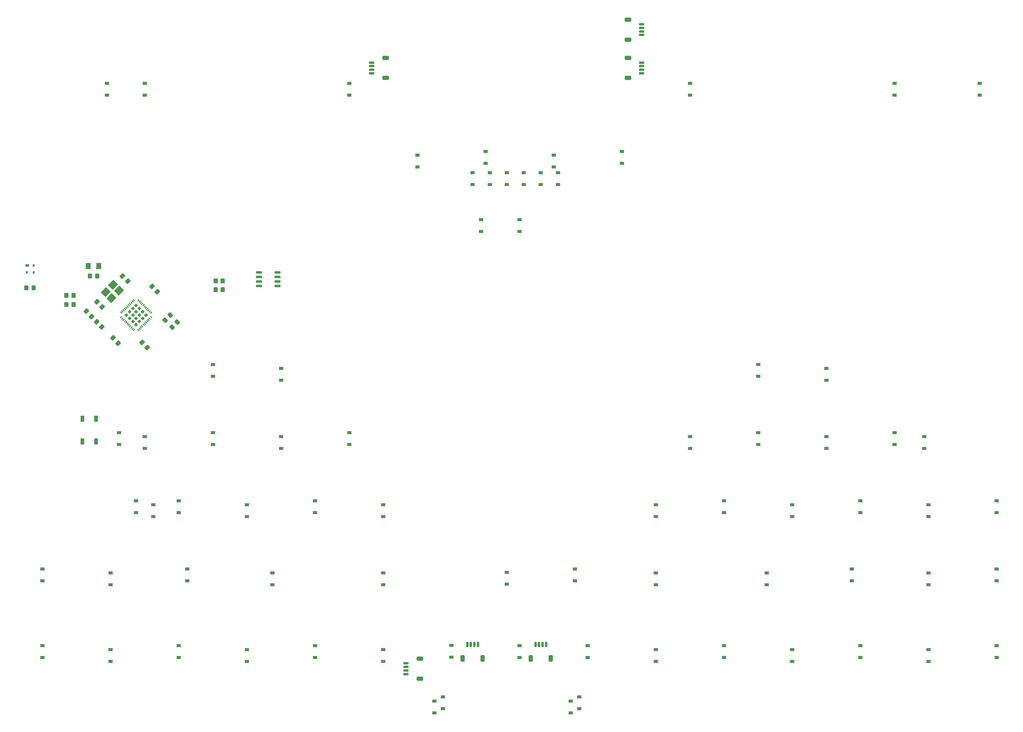
<source format=gbp>
G04 #@! TF.GenerationSoftware,KiCad,Pcbnew,(6.0.10-0)*
G04 #@! TF.CreationDate,2023-02-15T16:38:12+09:00*
G04 #@! TF.ProjectId,Sandy,53616e64-792e-46b6-9963-61645f706362,v.0*
G04 #@! TF.SameCoordinates,Original*
G04 #@! TF.FileFunction,Paste,Bot*
G04 #@! TF.FilePolarity,Positive*
%FSLAX46Y46*%
G04 Gerber Fmt 4.6, Leading zero omitted, Abs format (unit mm)*
G04 Created by KiCad (PCBNEW (6.0.10-0)) date 2023-02-15 16:38:12*
%MOMM*%
%LPD*%
G01*
G04 APERTURE LIST*
G04 Aperture macros list*
%AMRoundRect*
0 Rectangle with rounded corners*
0 $1 Rounding radius*
0 $2 $3 $4 $5 $6 $7 $8 $9 X,Y pos of 4 corners*
0 Add a 4 corners polygon primitive as box body*
4,1,4,$2,$3,$4,$5,$6,$7,$8,$9,$2,$3,0*
0 Add four circle primitives for the rounded corners*
1,1,$1+$1,$2,$3*
1,1,$1+$1,$4,$5*
1,1,$1+$1,$6,$7*
1,1,$1+$1,$8,$9*
0 Add four rect primitives between the rounded corners*
20,1,$1+$1,$2,$3,$4,$5,0*
20,1,$1+$1,$4,$5,$6,$7,0*
20,1,$1+$1,$6,$7,$8,$9,0*
20,1,$1+$1,$8,$9,$2,$3,0*%
%AMRotRect*
0 Rectangle, with rotation*
0 The origin of the aperture is its center*
0 $1 length*
0 $2 width*
0 $3 Rotation angle, in degrees counterclockwise*
0 Add horizontal line*
21,1,$1,$2,0,0,$3*%
G04 Aperture macros list end*
%ADD10RoundRect,0.249999X-0.325001X-0.450001X0.325001X-0.450001X0.325001X0.450001X-0.325001X0.450001X0*%
%ADD11RoundRect,0.249999X0.325001X0.450001X-0.325001X0.450001X-0.325001X-0.450001X0.325001X-0.450001X0*%
%ADD12RoundRect,0.249999X0.548009X0.088388X0.088388X0.548009X-0.548009X-0.088388X-0.088388X-0.548009X0*%
%ADD13RoundRect,0.249999X-0.548009X-0.088388X-0.088388X-0.548009X0.548009X0.088388X0.088388X0.548009X0*%
%ADD14RotRect,2.100000X1.800000X225.000000*%
%ADD15RoundRect,0.249999X0.088388X-0.548009X0.548009X-0.088388X-0.088388X0.548009X-0.548009X0.088388X0*%
%ADD16RoundRect,0.250001X0.462499X0.624999X-0.462499X0.624999X-0.462499X-0.624999X0.462499X-0.624999X0*%
%ADD17R,1.000000X0.700000*%
%ADD18R,0.600000X0.700000*%
%ADD19R,1.000000X1.700000*%
%ADD20RoundRect,0.150000X0.725000X0.150000X-0.725000X0.150000X-0.725000X-0.150000X0.725000X-0.150000X0*%
%ADD21RoundRect,0.250000X-0.350000X-0.450000X0.350000X-0.450000X0.350000X0.450000X-0.350000X0.450000X0*%
%ADD22RotRect,0.700000X0.250000X45.000000*%
%ADD23RotRect,0.700000X0.250000X315.000000*%
%ADD24RotRect,0.772500X0.772500X45.000000*%
%ADD25R,1.200000X0.900000*%
%ADD26RoundRect,0.150000X0.150000X0.625000X-0.150000X0.625000X-0.150000X-0.625000X0.150000X-0.625000X0*%
%ADD27RoundRect,0.250000X0.350000X0.650000X-0.350000X0.650000X-0.350000X-0.650000X0.350000X-0.650000X0*%
%ADD28RoundRect,0.150000X-0.625000X0.150000X-0.625000X-0.150000X0.625000X-0.150000X0.625000X0.150000X0*%
%ADD29RoundRect,0.250000X-0.650000X0.350000X-0.650000X-0.350000X0.650000X-0.350000X0.650000X0.350000X0*%
%ADD30RoundRect,0.150000X0.625000X-0.150000X0.625000X0.150000X-0.625000X0.150000X-0.625000X-0.150000X0*%
%ADD31RoundRect,0.250000X0.650000X-0.350000X0.650000X0.350000X-0.650000X0.350000X-0.650000X-0.350000X0*%
G04 APERTURE END LIST*
D10*
X29685435Y-108680280D03*
X31735435Y-108680280D03*
D11*
X42911435Y-113347530D03*
X40861435Y-113347530D03*
D12*
X63455094Y-125359439D03*
X62005526Y-123909871D03*
D13*
X46421504Y-115247349D03*
X47871072Y-116696917D03*
D14*
X55535913Y-109484148D03*
X53485303Y-111534758D03*
X51858957Y-109908412D03*
X53909567Y-107857802D03*
D13*
X49400776Y-112543371D03*
X50850344Y-113992939D03*
X64783651Y-108304746D03*
X66233219Y-109754314D03*
D15*
X68424492Y-117749848D03*
X69874060Y-116300280D03*
D16*
X49930310Y-102584280D03*
X46955310Y-102584280D03*
D11*
X49467810Y-105378280D03*
X47417810Y-105378280D03*
D17*
X29960435Y-102394280D03*
D18*
X31660435Y-102394280D03*
X31660435Y-104394280D03*
X29760435Y-104394280D03*
D19*
X45358475Y-145301890D03*
X45358475Y-151601890D03*
X49158475Y-151601890D03*
X49158475Y-145301890D03*
D13*
X49326867Y-118152712D03*
X50776435Y-119602280D03*
D15*
X70371651Y-119692064D03*
X71821219Y-118242496D03*
D12*
X57994094Y-106849189D03*
X56544526Y-105399621D03*
D20*
X99833435Y-104401530D03*
X99833435Y-105671530D03*
X99833435Y-106941530D03*
X99833435Y-108211530D03*
X94683435Y-108211530D03*
X94683435Y-106941530D03*
X94683435Y-105671530D03*
X94683435Y-104401530D03*
D21*
X82542435Y-109156530D03*
X84542435Y-109156530D03*
X82542435Y-106743530D03*
X84542435Y-106743530D03*
D13*
X53898867Y-122692962D03*
X55348435Y-124142530D03*
D11*
X42911435Y-110807530D03*
X40861435Y-110807530D03*
D22*
X59712664Y-120472210D03*
X59359111Y-120118657D03*
X59005557Y-119765103D03*
X58652004Y-119411550D03*
X58298450Y-119057996D03*
X57944897Y-118704443D03*
X57591344Y-118350890D03*
X57237790Y-117997336D03*
X56884237Y-117643783D03*
X56530683Y-117290229D03*
X56177130Y-116936676D03*
D23*
X56177130Y-115663884D03*
X56530683Y-115310331D03*
X56884237Y-114956777D03*
X57237790Y-114603224D03*
X57591344Y-114249670D03*
X57944897Y-113896117D03*
X58298450Y-113542564D03*
X58652004Y-113189010D03*
X59005557Y-112835457D03*
X59359111Y-112481903D03*
X59712664Y-112128350D03*
D22*
X60985456Y-112128350D03*
X61339009Y-112481903D03*
X61692563Y-112835457D03*
X62046116Y-113189010D03*
X62399670Y-113542564D03*
X62753223Y-113896117D03*
X63106776Y-114249670D03*
X63460330Y-114603224D03*
X63813883Y-114956777D03*
X64167437Y-115310331D03*
X64520990Y-115663884D03*
D23*
X64520990Y-116936676D03*
X64167437Y-117290229D03*
X63813883Y-117643783D03*
X63460330Y-117997336D03*
X63106776Y-118350890D03*
X62753223Y-118704443D03*
X62399670Y-119057996D03*
X62046116Y-119411550D03*
X61692563Y-119765103D03*
X61339009Y-120118657D03*
X60985456Y-120472210D03*
D24*
X59438660Y-118121080D03*
X58528260Y-117210680D03*
X61259460Y-114479480D03*
X61259460Y-118121080D03*
X60349060Y-115389880D03*
X60349060Y-119031480D03*
X62169860Y-117210680D03*
X58528260Y-115389880D03*
X60349060Y-117210680D03*
X60349060Y-113569080D03*
X61259460Y-116300280D03*
X63080260Y-116300280D03*
X59438660Y-114479480D03*
X57617860Y-116300280D03*
X62169860Y-115389880D03*
X59438660Y-116300280D03*
D25*
X81780310Y-152478405D03*
X81780310Y-149178405D03*
X62730310Y-54847155D03*
X62730310Y-51547155D03*
X262755310Y-212009655D03*
X262755310Y-208709655D03*
D26*
X155908435Y-208359655D03*
X154908435Y-208359655D03*
X153908435Y-208359655D03*
X152908435Y-208359655D03*
D27*
X151608435Y-212234655D03*
X157208435Y-212234655D03*
D25*
X300855310Y-190578405D03*
X300855310Y-187278405D03*
X100830310Y-153528405D03*
X100830310Y-150228405D03*
X98449060Y-191628405D03*
X98449060Y-188328405D03*
X163933435Y-191528405D03*
X163933435Y-188228405D03*
X224655310Y-212009655D03*
X224655310Y-208709655D03*
D28*
X126214685Y-45744030D03*
X126214685Y-46744030D03*
X126214685Y-47744030D03*
X126214685Y-48744030D03*
D29*
X130089685Y-44444030D03*
X130089685Y-50044030D03*
D25*
X143692810Y-227487780D03*
X143692810Y-224187780D03*
X53205310Y-213059655D03*
X53205310Y-209759655D03*
X178220935Y-79850280D03*
X178220935Y-76550280D03*
X91305310Y-172578405D03*
X91305310Y-169278405D03*
X159170935Y-76550280D03*
X159170935Y-79850280D03*
X243705310Y-213063655D03*
X243705310Y-209763655D03*
X52158435Y-54847155D03*
X52158435Y-51547155D03*
X184174060Y-226297155D03*
X184174060Y-222997155D03*
X300855310Y-212009655D03*
X300855310Y-208709655D03*
X205605310Y-172578405D03*
X205605310Y-169278405D03*
D26*
X174958435Y-208359655D03*
X173958435Y-208359655D03*
X172958435Y-208359655D03*
X171958435Y-208359655D03*
D27*
X170658435Y-212234655D03*
X176258435Y-212234655D03*
D25*
X168695935Y-76550280D03*
X168695935Y-79850280D03*
X129405310Y-191678405D03*
X129405310Y-188378405D03*
X262755310Y-171528405D03*
X262755310Y-168228405D03*
X181792810Y-227487780D03*
X181792810Y-224187780D03*
X186555310Y-212009655D03*
X186555310Y-208709655D03*
X281805310Y-213059655D03*
X281805310Y-209759655D03*
X34155310Y-190578405D03*
X34155310Y-187278405D03*
X196080310Y-73897155D03*
X196080310Y-70597155D03*
X138930310Y-74897280D03*
X138930310Y-71597280D03*
X167505310Y-92947155D03*
X167505310Y-89647155D03*
X234180310Y-152478405D03*
X234180310Y-149178405D03*
X243705310Y-172578405D03*
X243705310Y-169278405D03*
X205605310Y-191624405D03*
X205605310Y-188324405D03*
X224655310Y-171528405D03*
X224655310Y-168228405D03*
X156789685Y-92947155D03*
X156789685Y-89647155D03*
X281805310Y-191628405D03*
X281805310Y-188328405D03*
X215130310Y-153528405D03*
X215130310Y-150228405D03*
X296092810Y-54847155D03*
X296092810Y-51547155D03*
X253230310Y-153528405D03*
X253230310Y-150228405D03*
X167505310Y-212009655D03*
X167505310Y-208709655D03*
X91305310Y-213059655D03*
X91305310Y-209759655D03*
X182983435Y-190578405D03*
X182983435Y-187278405D03*
X34155310Y-212009655D03*
X34155310Y-208709655D03*
D28*
X135739685Y-213622155D03*
X135739685Y-214622155D03*
X135739685Y-215622155D03*
X135739685Y-216622155D03*
D29*
X139614685Y-217922155D03*
X139614685Y-212322155D03*
D25*
X281805310Y-172578405D03*
X281805310Y-169278405D03*
X157980310Y-73897155D03*
X157980310Y-70597155D03*
D30*
X201652185Y-38028405D03*
X201652185Y-37028405D03*
X201652185Y-36028405D03*
X201652185Y-35028405D03*
D31*
X197777185Y-39328405D03*
X197777185Y-33728405D03*
D25*
X177030310Y-74901280D03*
X177030310Y-71601280D03*
X55586560Y-152478405D03*
X55586560Y-149178405D03*
X146074060Y-226297155D03*
X146074060Y-222997155D03*
X234180310Y-133428405D03*
X234180310Y-130128405D03*
X215130310Y-54847155D03*
X215130310Y-51547155D03*
X110355310Y-212009655D03*
X110355310Y-208709655D03*
X148455310Y-211909655D03*
X148455310Y-208609655D03*
X280614685Y-153528405D03*
X280614685Y-150228405D03*
X100830310Y-134478405D03*
X100830310Y-131178405D03*
X60349060Y-171528405D03*
X60349060Y-168228405D03*
X300855310Y-171528405D03*
X300855310Y-168228405D03*
X53205310Y-191628405D03*
X53205310Y-188328405D03*
X272280310Y-54847155D03*
X272280310Y-51547155D03*
X72255310Y-171528405D03*
X72255310Y-168228405D03*
X110355310Y-171528405D03*
X110355310Y-168228405D03*
X129405310Y-172578405D03*
X129405310Y-169278405D03*
X163933435Y-76550280D03*
X163933435Y-79850280D03*
X260374060Y-190578405D03*
X260374060Y-187278405D03*
X119880310Y-152478405D03*
X119880310Y-149178405D03*
X129405310Y-213063655D03*
X129405310Y-209763655D03*
X74636560Y-190578405D03*
X74636560Y-187278405D03*
X205605310Y-213063655D03*
X205605310Y-209763655D03*
D30*
X201652185Y-48744030D03*
X201652185Y-47744030D03*
X201652185Y-46744030D03*
X201652185Y-45744030D03*
D31*
X197777185Y-50044030D03*
X197777185Y-44444030D03*
D25*
X173458435Y-76550280D03*
X173458435Y-79850280D03*
X272280310Y-152478405D03*
X272280310Y-149178405D03*
X65111560Y-172578405D03*
X65111560Y-169278405D03*
X81780310Y-133428405D03*
X81780310Y-130128405D03*
X119880310Y-54847155D03*
X119880310Y-51547155D03*
X253230310Y-134478405D03*
X253230310Y-131178405D03*
X72255310Y-212009655D03*
X72255310Y-208709655D03*
X154408435Y-76550280D03*
X154408435Y-79850280D03*
X236561560Y-191628405D03*
X236561560Y-188328405D03*
X62730310Y-153528405D03*
X62730310Y-150228405D03*
M02*

</source>
